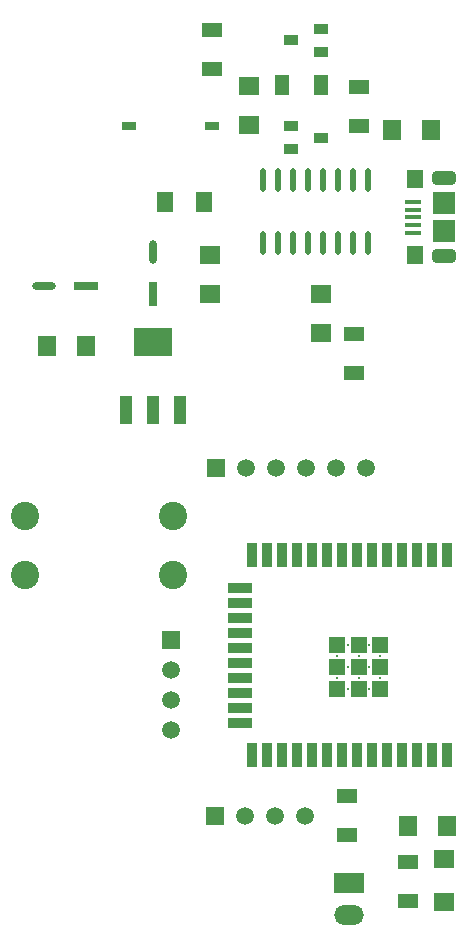
<source format=gbr>
%TF.GenerationSoftware,Altium Limited,Altium Designer,25.7.1 (20)*%
G04 Layer_Color=255*
%FSLAX45Y45*%
%MOMM*%
%TF.SameCoordinates,6DC23F8A-9C4A-45C2-95F2-439E2FAEE1B8*%
%TF.FilePolarity,Positive*%
%TF.FileFunction,Pads,Bot*%
%TF.Part,Single*%
G01*
G75*
%TA.AperFunction,ComponentPad*%
%ADD13R,2.54000X1.65100*%
%ADD14O,2.54000X1.65100*%
%ADD15C,1.50000*%
%ADD16R,1.50000X1.50000*%
%ADD17R,1.50000X1.50000*%
G04:AMPARAMS|DCode=18|XSize=2mm|YSize=1.2mm|CornerRadius=0.36mm|HoleSize=0mm|Usage=FLASHONLY|Rotation=180.000|XOffset=0mm|YOffset=0mm|HoleType=Round|Shape=RoundedRectangle|*
%AMROUNDEDRECTD18*
21,1,2.00000,0.48000,0,0,180.0*
21,1,1.28000,1.20000,0,0,180.0*
1,1,0.72000,-0.64000,0.24000*
1,1,0.72000,0.64000,0.24000*
1,1,0.72000,0.64000,-0.24000*
1,1,0.72000,-0.64000,-0.24000*
%
%ADD18ROUNDEDRECTD18*%
%ADD19C,0.30000*%
%ADD20C,2.40000*%
%TA.AperFunction,SMDPad,CuDef*%
%ADD22R,2.00000X0.70000*%
%ADD23O,2.00000X0.70000*%
%ADD24R,1.65100X1.27000*%
%ADD25R,1.52400X1.65100*%
%ADD26R,1.20000X0.80000*%
%ADD27R,1.20000X0.85000*%
%ADD28R,1.27000X1.65100*%
%ADD29R,1.65100X1.52400*%
%ADD30O,0.70000X2.00000*%
%ADD31R,0.70000X2.00000*%
%ADD32R,3.30000X2.40000*%
%ADD33R,1.00000X2.40000*%
%ADD34R,1.35000X1.80000*%
%ADD35O,0.55000X2.00000*%
%ADD36R,1.35000X0.40000*%
%ADD37R,1.40000X1.60000*%
%ADD38R,1.90000X1.90000*%
%TA.AperFunction,BGAPad,CuDef*%
%ADD39R,1.33000X1.33000*%
%TA.AperFunction,ConnectorPad*%
%ADD40R,0.90000X2.00000*%
%ADD41R,2.00000X0.90000*%
D13*
X16820341Y4572000D02*
D03*
D14*
Y4305300D02*
D03*
D15*
X15316200Y6375400D02*
D03*
Y6121400D02*
D03*
Y5867400D02*
D03*
X16192500Y5143500D02*
D03*
X16446500D02*
D03*
X15938499D02*
D03*
X15951199Y8089900D02*
D03*
X16205200D02*
D03*
X16459200D02*
D03*
X16713200D02*
D03*
X16967200D02*
D03*
D16*
X15316200Y6629400D02*
D03*
D17*
X15684500Y5143500D02*
D03*
X15697200Y8089900D02*
D03*
D18*
X17627600Y9880798D02*
D03*
Y10540802D02*
D03*
D19*
X16719499Y6495049D02*
D03*
Y6311549D02*
D03*
X16811249Y6586799D02*
D03*
Y6403299D02*
D03*
Y6219800D02*
D03*
X16902998Y6495049D02*
D03*
Y6311549D02*
D03*
X16994749Y6586799D02*
D03*
Y6403299D02*
D03*
Y6219800D02*
D03*
X17086499Y6495049D02*
D03*
Y6311549D02*
D03*
D20*
X14081599Y7179501D02*
D03*
X15331599D02*
D03*
Y7679500D02*
D03*
X14081599D02*
D03*
D22*
X14592300Y9626600D02*
D03*
D23*
X14236700D02*
D03*
D24*
X15659109Y11798295D02*
D03*
Y11468095D02*
D03*
X16903694Y10985505D02*
D03*
Y11315705D02*
D03*
X16865610Y9220195D02*
D03*
Y8889995D02*
D03*
X16802110Y5308595D02*
D03*
Y4978395D02*
D03*
X17322810Y4749795D02*
D03*
Y4419595D02*
D03*
D25*
X14592300Y9118600D02*
D03*
X14262100D02*
D03*
X17322800Y5054600D02*
D03*
X17653000D02*
D03*
X17185651Y10947400D02*
D03*
X17515849D02*
D03*
D26*
X14959106Y10985505D02*
D03*
X15659109D02*
D03*
D27*
X16581902Y10884413D02*
D03*
X16332439Y10789920D02*
D03*
X16331900Y10982452D02*
D03*
X16332443Y11708892D02*
D03*
X16581902Y11803380D02*
D03*
X16582446Y11610853D02*
D03*
D28*
X16581902Y11328390D02*
D03*
X16251701D02*
D03*
D29*
X16582446Y9563100D02*
D03*
Y9232900D02*
D03*
X17627600Y4775200D02*
D03*
Y4414520D02*
D03*
X15646400Y9563100D02*
D03*
Y9893300D02*
D03*
X15976601Y10988050D02*
D03*
Y11318250D02*
D03*
D30*
X15163800Y9918700D02*
D03*
D31*
Y9563100D02*
D03*
D32*
Y9154602D02*
D03*
D33*
X14933798Y8574598D02*
D03*
X15163800D02*
D03*
X15393802D02*
D03*
D34*
X15597998Y10337800D02*
D03*
X15263002D02*
D03*
D35*
X16090900Y10528300D02*
D03*
X16217900D02*
D03*
X16344901D02*
D03*
X16471899D02*
D03*
X16598900D02*
D03*
X16725900D02*
D03*
X16852901D02*
D03*
X16090900Y9988301D02*
D03*
X16217900D02*
D03*
X16344901D02*
D03*
X16471899D02*
D03*
X16725900D02*
D03*
X16852901D02*
D03*
X16598900D02*
D03*
X16979900Y10528300D02*
D03*
Y9988301D02*
D03*
D36*
X17360101Y10145801D02*
D03*
Y10340802D02*
D03*
Y10275799D02*
D03*
Y10210800D02*
D03*
Y10080798D02*
D03*
D37*
X17382602Y9890801D02*
D03*
Y10530799D02*
D03*
D38*
X17627600Y10090800D02*
D03*
Y10330800D02*
D03*
D39*
X16719499Y6586799D02*
D03*
Y6403299D02*
D03*
Y6219800D02*
D03*
X16902998Y6586799D02*
D03*
Y6403299D02*
D03*
Y6219800D02*
D03*
X17086499Y6586799D02*
D03*
Y6403299D02*
D03*
Y6219800D02*
D03*
D40*
X17653000Y7353300D02*
D03*
Y5653298D02*
D03*
X17525999D02*
D03*
X17145000Y7353300D02*
D03*
X17399001Y5653298D02*
D03*
X17272000Y7353300D02*
D03*
X16002000D02*
D03*
X17525999D02*
D03*
X17399001D02*
D03*
X17017999D02*
D03*
X16891000D02*
D03*
X16764000D02*
D03*
X16637000D02*
D03*
X16510001D02*
D03*
X16383000D02*
D03*
X16256000D02*
D03*
X16128999D02*
D03*
X16002000Y5653298D02*
D03*
X16128999D02*
D03*
X16256000D02*
D03*
X16383000D02*
D03*
X16510001D02*
D03*
X16637000D02*
D03*
X16764000D02*
D03*
X16891000D02*
D03*
X17017999D02*
D03*
X17145000D02*
D03*
X17272000D02*
D03*
D41*
X15902000Y5931799D02*
D03*
Y7074799D02*
D03*
Y6947799D02*
D03*
Y6820799D02*
D03*
Y6693799D02*
D03*
Y6566799D02*
D03*
Y6439799D02*
D03*
Y6312799D02*
D03*
Y6185799D02*
D03*
Y6058799D02*
D03*
%TF.MD5,2c1830db234cd706b9f73c3d68c1dcfb*%
M02*

</source>
